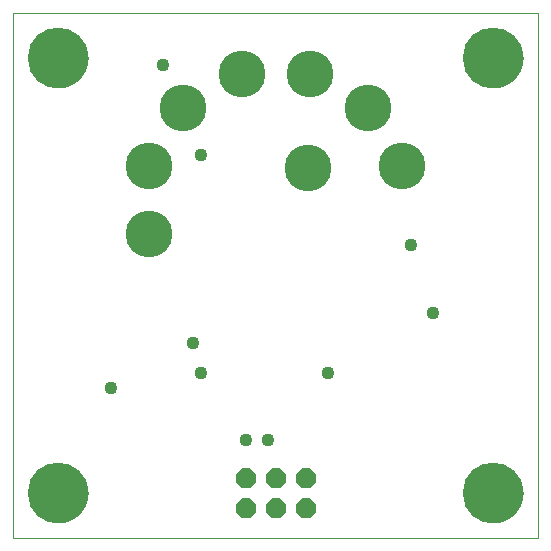
<source format=gbs>
G75*
%MOIN*%
%OFA0B0*%
%FSLAX25Y25*%
%IPPOS*%
%LPD*%
%AMOC8*
5,1,8,0,0,1.08239X$1,22.5*
%
%ADD10C,0.00000*%
%ADD11C,0.20200*%
%ADD12OC8,0.06600*%
%ADD13C,0.15600*%
%ADD14C,0.04362*%
D10*
X0001800Y0023933D02*
X0001800Y0198933D01*
X0176800Y0198933D01*
X0176800Y0023933D01*
X0001800Y0023933D01*
X0007000Y0038933D02*
X0007003Y0039174D01*
X0007012Y0039414D01*
X0007027Y0039654D01*
X0007047Y0039894D01*
X0007074Y0040133D01*
X0007106Y0040371D01*
X0007144Y0040608D01*
X0007188Y0040845D01*
X0007238Y0041080D01*
X0007294Y0041314D01*
X0007355Y0041547D01*
X0007422Y0041778D01*
X0007495Y0042007D01*
X0007573Y0042235D01*
X0007657Y0042460D01*
X0007746Y0042683D01*
X0007841Y0042904D01*
X0007941Y0043123D01*
X0008046Y0043339D01*
X0008157Y0043553D01*
X0008273Y0043763D01*
X0008394Y0043971D01*
X0008520Y0044176D01*
X0008652Y0044378D01*
X0008788Y0044576D01*
X0008929Y0044771D01*
X0009074Y0044962D01*
X0009224Y0045150D01*
X0009379Y0045334D01*
X0009539Y0045514D01*
X0009702Y0045690D01*
X0009870Y0045863D01*
X0010043Y0046031D01*
X0010219Y0046194D01*
X0010399Y0046354D01*
X0010583Y0046509D01*
X0010771Y0046659D01*
X0010962Y0046804D01*
X0011157Y0046945D01*
X0011355Y0047081D01*
X0011557Y0047213D01*
X0011762Y0047339D01*
X0011970Y0047460D01*
X0012180Y0047576D01*
X0012394Y0047687D01*
X0012610Y0047792D01*
X0012829Y0047892D01*
X0013050Y0047987D01*
X0013273Y0048076D01*
X0013498Y0048160D01*
X0013726Y0048238D01*
X0013955Y0048311D01*
X0014186Y0048378D01*
X0014419Y0048439D01*
X0014653Y0048495D01*
X0014888Y0048545D01*
X0015125Y0048589D01*
X0015362Y0048627D01*
X0015600Y0048659D01*
X0015839Y0048686D01*
X0016079Y0048706D01*
X0016319Y0048721D01*
X0016559Y0048730D01*
X0016800Y0048733D01*
X0017041Y0048730D01*
X0017281Y0048721D01*
X0017521Y0048706D01*
X0017761Y0048686D01*
X0018000Y0048659D01*
X0018238Y0048627D01*
X0018475Y0048589D01*
X0018712Y0048545D01*
X0018947Y0048495D01*
X0019181Y0048439D01*
X0019414Y0048378D01*
X0019645Y0048311D01*
X0019874Y0048238D01*
X0020102Y0048160D01*
X0020327Y0048076D01*
X0020550Y0047987D01*
X0020771Y0047892D01*
X0020990Y0047792D01*
X0021206Y0047687D01*
X0021420Y0047576D01*
X0021630Y0047460D01*
X0021838Y0047339D01*
X0022043Y0047213D01*
X0022245Y0047081D01*
X0022443Y0046945D01*
X0022638Y0046804D01*
X0022829Y0046659D01*
X0023017Y0046509D01*
X0023201Y0046354D01*
X0023381Y0046194D01*
X0023557Y0046031D01*
X0023730Y0045863D01*
X0023898Y0045690D01*
X0024061Y0045514D01*
X0024221Y0045334D01*
X0024376Y0045150D01*
X0024526Y0044962D01*
X0024671Y0044771D01*
X0024812Y0044576D01*
X0024948Y0044378D01*
X0025080Y0044176D01*
X0025206Y0043971D01*
X0025327Y0043763D01*
X0025443Y0043553D01*
X0025554Y0043339D01*
X0025659Y0043123D01*
X0025759Y0042904D01*
X0025854Y0042683D01*
X0025943Y0042460D01*
X0026027Y0042235D01*
X0026105Y0042007D01*
X0026178Y0041778D01*
X0026245Y0041547D01*
X0026306Y0041314D01*
X0026362Y0041080D01*
X0026412Y0040845D01*
X0026456Y0040608D01*
X0026494Y0040371D01*
X0026526Y0040133D01*
X0026553Y0039894D01*
X0026573Y0039654D01*
X0026588Y0039414D01*
X0026597Y0039174D01*
X0026600Y0038933D01*
X0026597Y0038692D01*
X0026588Y0038452D01*
X0026573Y0038212D01*
X0026553Y0037972D01*
X0026526Y0037733D01*
X0026494Y0037495D01*
X0026456Y0037258D01*
X0026412Y0037021D01*
X0026362Y0036786D01*
X0026306Y0036552D01*
X0026245Y0036319D01*
X0026178Y0036088D01*
X0026105Y0035859D01*
X0026027Y0035631D01*
X0025943Y0035406D01*
X0025854Y0035183D01*
X0025759Y0034962D01*
X0025659Y0034743D01*
X0025554Y0034527D01*
X0025443Y0034313D01*
X0025327Y0034103D01*
X0025206Y0033895D01*
X0025080Y0033690D01*
X0024948Y0033488D01*
X0024812Y0033290D01*
X0024671Y0033095D01*
X0024526Y0032904D01*
X0024376Y0032716D01*
X0024221Y0032532D01*
X0024061Y0032352D01*
X0023898Y0032176D01*
X0023730Y0032003D01*
X0023557Y0031835D01*
X0023381Y0031672D01*
X0023201Y0031512D01*
X0023017Y0031357D01*
X0022829Y0031207D01*
X0022638Y0031062D01*
X0022443Y0030921D01*
X0022245Y0030785D01*
X0022043Y0030653D01*
X0021838Y0030527D01*
X0021630Y0030406D01*
X0021420Y0030290D01*
X0021206Y0030179D01*
X0020990Y0030074D01*
X0020771Y0029974D01*
X0020550Y0029879D01*
X0020327Y0029790D01*
X0020102Y0029706D01*
X0019874Y0029628D01*
X0019645Y0029555D01*
X0019414Y0029488D01*
X0019181Y0029427D01*
X0018947Y0029371D01*
X0018712Y0029321D01*
X0018475Y0029277D01*
X0018238Y0029239D01*
X0018000Y0029207D01*
X0017761Y0029180D01*
X0017521Y0029160D01*
X0017281Y0029145D01*
X0017041Y0029136D01*
X0016800Y0029133D01*
X0016559Y0029136D01*
X0016319Y0029145D01*
X0016079Y0029160D01*
X0015839Y0029180D01*
X0015600Y0029207D01*
X0015362Y0029239D01*
X0015125Y0029277D01*
X0014888Y0029321D01*
X0014653Y0029371D01*
X0014419Y0029427D01*
X0014186Y0029488D01*
X0013955Y0029555D01*
X0013726Y0029628D01*
X0013498Y0029706D01*
X0013273Y0029790D01*
X0013050Y0029879D01*
X0012829Y0029974D01*
X0012610Y0030074D01*
X0012394Y0030179D01*
X0012180Y0030290D01*
X0011970Y0030406D01*
X0011762Y0030527D01*
X0011557Y0030653D01*
X0011355Y0030785D01*
X0011157Y0030921D01*
X0010962Y0031062D01*
X0010771Y0031207D01*
X0010583Y0031357D01*
X0010399Y0031512D01*
X0010219Y0031672D01*
X0010043Y0031835D01*
X0009870Y0032003D01*
X0009702Y0032176D01*
X0009539Y0032352D01*
X0009379Y0032532D01*
X0009224Y0032716D01*
X0009074Y0032904D01*
X0008929Y0033095D01*
X0008788Y0033290D01*
X0008652Y0033488D01*
X0008520Y0033690D01*
X0008394Y0033895D01*
X0008273Y0034103D01*
X0008157Y0034313D01*
X0008046Y0034527D01*
X0007941Y0034743D01*
X0007841Y0034962D01*
X0007746Y0035183D01*
X0007657Y0035406D01*
X0007573Y0035631D01*
X0007495Y0035859D01*
X0007422Y0036088D01*
X0007355Y0036319D01*
X0007294Y0036552D01*
X0007238Y0036786D01*
X0007188Y0037021D01*
X0007144Y0037258D01*
X0007106Y0037495D01*
X0007074Y0037733D01*
X0007047Y0037972D01*
X0007027Y0038212D01*
X0007012Y0038452D01*
X0007003Y0038692D01*
X0007000Y0038933D01*
X0007000Y0183933D02*
X0007003Y0184174D01*
X0007012Y0184414D01*
X0007027Y0184654D01*
X0007047Y0184894D01*
X0007074Y0185133D01*
X0007106Y0185371D01*
X0007144Y0185608D01*
X0007188Y0185845D01*
X0007238Y0186080D01*
X0007294Y0186314D01*
X0007355Y0186547D01*
X0007422Y0186778D01*
X0007495Y0187007D01*
X0007573Y0187235D01*
X0007657Y0187460D01*
X0007746Y0187683D01*
X0007841Y0187904D01*
X0007941Y0188123D01*
X0008046Y0188339D01*
X0008157Y0188553D01*
X0008273Y0188763D01*
X0008394Y0188971D01*
X0008520Y0189176D01*
X0008652Y0189378D01*
X0008788Y0189576D01*
X0008929Y0189771D01*
X0009074Y0189962D01*
X0009224Y0190150D01*
X0009379Y0190334D01*
X0009539Y0190514D01*
X0009702Y0190690D01*
X0009870Y0190863D01*
X0010043Y0191031D01*
X0010219Y0191194D01*
X0010399Y0191354D01*
X0010583Y0191509D01*
X0010771Y0191659D01*
X0010962Y0191804D01*
X0011157Y0191945D01*
X0011355Y0192081D01*
X0011557Y0192213D01*
X0011762Y0192339D01*
X0011970Y0192460D01*
X0012180Y0192576D01*
X0012394Y0192687D01*
X0012610Y0192792D01*
X0012829Y0192892D01*
X0013050Y0192987D01*
X0013273Y0193076D01*
X0013498Y0193160D01*
X0013726Y0193238D01*
X0013955Y0193311D01*
X0014186Y0193378D01*
X0014419Y0193439D01*
X0014653Y0193495D01*
X0014888Y0193545D01*
X0015125Y0193589D01*
X0015362Y0193627D01*
X0015600Y0193659D01*
X0015839Y0193686D01*
X0016079Y0193706D01*
X0016319Y0193721D01*
X0016559Y0193730D01*
X0016800Y0193733D01*
X0017041Y0193730D01*
X0017281Y0193721D01*
X0017521Y0193706D01*
X0017761Y0193686D01*
X0018000Y0193659D01*
X0018238Y0193627D01*
X0018475Y0193589D01*
X0018712Y0193545D01*
X0018947Y0193495D01*
X0019181Y0193439D01*
X0019414Y0193378D01*
X0019645Y0193311D01*
X0019874Y0193238D01*
X0020102Y0193160D01*
X0020327Y0193076D01*
X0020550Y0192987D01*
X0020771Y0192892D01*
X0020990Y0192792D01*
X0021206Y0192687D01*
X0021420Y0192576D01*
X0021630Y0192460D01*
X0021838Y0192339D01*
X0022043Y0192213D01*
X0022245Y0192081D01*
X0022443Y0191945D01*
X0022638Y0191804D01*
X0022829Y0191659D01*
X0023017Y0191509D01*
X0023201Y0191354D01*
X0023381Y0191194D01*
X0023557Y0191031D01*
X0023730Y0190863D01*
X0023898Y0190690D01*
X0024061Y0190514D01*
X0024221Y0190334D01*
X0024376Y0190150D01*
X0024526Y0189962D01*
X0024671Y0189771D01*
X0024812Y0189576D01*
X0024948Y0189378D01*
X0025080Y0189176D01*
X0025206Y0188971D01*
X0025327Y0188763D01*
X0025443Y0188553D01*
X0025554Y0188339D01*
X0025659Y0188123D01*
X0025759Y0187904D01*
X0025854Y0187683D01*
X0025943Y0187460D01*
X0026027Y0187235D01*
X0026105Y0187007D01*
X0026178Y0186778D01*
X0026245Y0186547D01*
X0026306Y0186314D01*
X0026362Y0186080D01*
X0026412Y0185845D01*
X0026456Y0185608D01*
X0026494Y0185371D01*
X0026526Y0185133D01*
X0026553Y0184894D01*
X0026573Y0184654D01*
X0026588Y0184414D01*
X0026597Y0184174D01*
X0026600Y0183933D01*
X0026597Y0183692D01*
X0026588Y0183452D01*
X0026573Y0183212D01*
X0026553Y0182972D01*
X0026526Y0182733D01*
X0026494Y0182495D01*
X0026456Y0182258D01*
X0026412Y0182021D01*
X0026362Y0181786D01*
X0026306Y0181552D01*
X0026245Y0181319D01*
X0026178Y0181088D01*
X0026105Y0180859D01*
X0026027Y0180631D01*
X0025943Y0180406D01*
X0025854Y0180183D01*
X0025759Y0179962D01*
X0025659Y0179743D01*
X0025554Y0179527D01*
X0025443Y0179313D01*
X0025327Y0179103D01*
X0025206Y0178895D01*
X0025080Y0178690D01*
X0024948Y0178488D01*
X0024812Y0178290D01*
X0024671Y0178095D01*
X0024526Y0177904D01*
X0024376Y0177716D01*
X0024221Y0177532D01*
X0024061Y0177352D01*
X0023898Y0177176D01*
X0023730Y0177003D01*
X0023557Y0176835D01*
X0023381Y0176672D01*
X0023201Y0176512D01*
X0023017Y0176357D01*
X0022829Y0176207D01*
X0022638Y0176062D01*
X0022443Y0175921D01*
X0022245Y0175785D01*
X0022043Y0175653D01*
X0021838Y0175527D01*
X0021630Y0175406D01*
X0021420Y0175290D01*
X0021206Y0175179D01*
X0020990Y0175074D01*
X0020771Y0174974D01*
X0020550Y0174879D01*
X0020327Y0174790D01*
X0020102Y0174706D01*
X0019874Y0174628D01*
X0019645Y0174555D01*
X0019414Y0174488D01*
X0019181Y0174427D01*
X0018947Y0174371D01*
X0018712Y0174321D01*
X0018475Y0174277D01*
X0018238Y0174239D01*
X0018000Y0174207D01*
X0017761Y0174180D01*
X0017521Y0174160D01*
X0017281Y0174145D01*
X0017041Y0174136D01*
X0016800Y0174133D01*
X0016559Y0174136D01*
X0016319Y0174145D01*
X0016079Y0174160D01*
X0015839Y0174180D01*
X0015600Y0174207D01*
X0015362Y0174239D01*
X0015125Y0174277D01*
X0014888Y0174321D01*
X0014653Y0174371D01*
X0014419Y0174427D01*
X0014186Y0174488D01*
X0013955Y0174555D01*
X0013726Y0174628D01*
X0013498Y0174706D01*
X0013273Y0174790D01*
X0013050Y0174879D01*
X0012829Y0174974D01*
X0012610Y0175074D01*
X0012394Y0175179D01*
X0012180Y0175290D01*
X0011970Y0175406D01*
X0011762Y0175527D01*
X0011557Y0175653D01*
X0011355Y0175785D01*
X0011157Y0175921D01*
X0010962Y0176062D01*
X0010771Y0176207D01*
X0010583Y0176357D01*
X0010399Y0176512D01*
X0010219Y0176672D01*
X0010043Y0176835D01*
X0009870Y0177003D01*
X0009702Y0177176D01*
X0009539Y0177352D01*
X0009379Y0177532D01*
X0009224Y0177716D01*
X0009074Y0177904D01*
X0008929Y0178095D01*
X0008788Y0178290D01*
X0008652Y0178488D01*
X0008520Y0178690D01*
X0008394Y0178895D01*
X0008273Y0179103D01*
X0008157Y0179313D01*
X0008046Y0179527D01*
X0007941Y0179743D01*
X0007841Y0179962D01*
X0007746Y0180183D01*
X0007657Y0180406D01*
X0007573Y0180631D01*
X0007495Y0180859D01*
X0007422Y0181088D01*
X0007355Y0181319D01*
X0007294Y0181552D01*
X0007238Y0181786D01*
X0007188Y0182021D01*
X0007144Y0182258D01*
X0007106Y0182495D01*
X0007074Y0182733D01*
X0007047Y0182972D01*
X0007027Y0183212D01*
X0007012Y0183452D01*
X0007003Y0183692D01*
X0007000Y0183933D01*
X0152000Y0183933D02*
X0152003Y0184174D01*
X0152012Y0184414D01*
X0152027Y0184654D01*
X0152047Y0184894D01*
X0152074Y0185133D01*
X0152106Y0185371D01*
X0152144Y0185608D01*
X0152188Y0185845D01*
X0152238Y0186080D01*
X0152294Y0186314D01*
X0152355Y0186547D01*
X0152422Y0186778D01*
X0152495Y0187007D01*
X0152573Y0187235D01*
X0152657Y0187460D01*
X0152746Y0187683D01*
X0152841Y0187904D01*
X0152941Y0188123D01*
X0153046Y0188339D01*
X0153157Y0188553D01*
X0153273Y0188763D01*
X0153394Y0188971D01*
X0153520Y0189176D01*
X0153652Y0189378D01*
X0153788Y0189576D01*
X0153929Y0189771D01*
X0154074Y0189962D01*
X0154224Y0190150D01*
X0154379Y0190334D01*
X0154539Y0190514D01*
X0154702Y0190690D01*
X0154870Y0190863D01*
X0155043Y0191031D01*
X0155219Y0191194D01*
X0155399Y0191354D01*
X0155583Y0191509D01*
X0155771Y0191659D01*
X0155962Y0191804D01*
X0156157Y0191945D01*
X0156355Y0192081D01*
X0156557Y0192213D01*
X0156762Y0192339D01*
X0156970Y0192460D01*
X0157180Y0192576D01*
X0157394Y0192687D01*
X0157610Y0192792D01*
X0157829Y0192892D01*
X0158050Y0192987D01*
X0158273Y0193076D01*
X0158498Y0193160D01*
X0158726Y0193238D01*
X0158955Y0193311D01*
X0159186Y0193378D01*
X0159419Y0193439D01*
X0159653Y0193495D01*
X0159888Y0193545D01*
X0160125Y0193589D01*
X0160362Y0193627D01*
X0160600Y0193659D01*
X0160839Y0193686D01*
X0161079Y0193706D01*
X0161319Y0193721D01*
X0161559Y0193730D01*
X0161800Y0193733D01*
X0162041Y0193730D01*
X0162281Y0193721D01*
X0162521Y0193706D01*
X0162761Y0193686D01*
X0163000Y0193659D01*
X0163238Y0193627D01*
X0163475Y0193589D01*
X0163712Y0193545D01*
X0163947Y0193495D01*
X0164181Y0193439D01*
X0164414Y0193378D01*
X0164645Y0193311D01*
X0164874Y0193238D01*
X0165102Y0193160D01*
X0165327Y0193076D01*
X0165550Y0192987D01*
X0165771Y0192892D01*
X0165990Y0192792D01*
X0166206Y0192687D01*
X0166420Y0192576D01*
X0166630Y0192460D01*
X0166838Y0192339D01*
X0167043Y0192213D01*
X0167245Y0192081D01*
X0167443Y0191945D01*
X0167638Y0191804D01*
X0167829Y0191659D01*
X0168017Y0191509D01*
X0168201Y0191354D01*
X0168381Y0191194D01*
X0168557Y0191031D01*
X0168730Y0190863D01*
X0168898Y0190690D01*
X0169061Y0190514D01*
X0169221Y0190334D01*
X0169376Y0190150D01*
X0169526Y0189962D01*
X0169671Y0189771D01*
X0169812Y0189576D01*
X0169948Y0189378D01*
X0170080Y0189176D01*
X0170206Y0188971D01*
X0170327Y0188763D01*
X0170443Y0188553D01*
X0170554Y0188339D01*
X0170659Y0188123D01*
X0170759Y0187904D01*
X0170854Y0187683D01*
X0170943Y0187460D01*
X0171027Y0187235D01*
X0171105Y0187007D01*
X0171178Y0186778D01*
X0171245Y0186547D01*
X0171306Y0186314D01*
X0171362Y0186080D01*
X0171412Y0185845D01*
X0171456Y0185608D01*
X0171494Y0185371D01*
X0171526Y0185133D01*
X0171553Y0184894D01*
X0171573Y0184654D01*
X0171588Y0184414D01*
X0171597Y0184174D01*
X0171600Y0183933D01*
X0171597Y0183692D01*
X0171588Y0183452D01*
X0171573Y0183212D01*
X0171553Y0182972D01*
X0171526Y0182733D01*
X0171494Y0182495D01*
X0171456Y0182258D01*
X0171412Y0182021D01*
X0171362Y0181786D01*
X0171306Y0181552D01*
X0171245Y0181319D01*
X0171178Y0181088D01*
X0171105Y0180859D01*
X0171027Y0180631D01*
X0170943Y0180406D01*
X0170854Y0180183D01*
X0170759Y0179962D01*
X0170659Y0179743D01*
X0170554Y0179527D01*
X0170443Y0179313D01*
X0170327Y0179103D01*
X0170206Y0178895D01*
X0170080Y0178690D01*
X0169948Y0178488D01*
X0169812Y0178290D01*
X0169671Y0178095D01*
X0169526Y0177904D01*
X0169376Y0177716D01*
X0169221Y0177532D01*
X0169061Y0177352D01*
X0168898Y0177176D01*
X0168730Y0177003D01*
X0168557Y0176835D01*
X0168381Y0176672D01*
X0168201Y0176512D01*
X0168017Y0176357D01*
X0167829Y0176207D01*
X0167638Y0176062D01*
X0167443Y0175921D01*
X0167245Y0175785D01*
X0167043Y0175653D01*
X0166838Y0175527D01*
X0166630Y0175406D01*
X0166420Y0175290D01*
X0166206Y0175179D01*
X0165990Y0175074D01*
X0165771Y0174974D01*
X0165550Y0174879D01*
X0165327Y0174790D01*
X0165102Y0174706D01*
X0164874Y0174628D01*
X0164645Y0174555D01*
X0164414Y0174488D01*
X0164181Y0174427D01*
X0163947Y0174371D01*
X0163712Y0174321D01*
X0163475Y0174277D01*
X0163238Y0174239D01*
X0163000Y0174207D01*
X0162761Y0174180D01*
X0162521Y0174160D01*
X0162281Y0174145D01*
X0162041Y0174136D01*
X0161800Y0174133D01*
X0161559Y0174136D01*
X0161319Y0174145D01*
X0161079Y0174160D01*
X0160839Y0174180D01*
X0160600Y0174207D01*
X0160362Y0174239D01*
X0160125Y0174277D01*
X0159888Y0174321D01*
X0159653Y0174371D01*
X0159419Y0174427D01*
X0159186Y0174488D01*
X0158955Y0174555D01*
X0158726Y0174628D01*
X0158498Y0174706D01*
X0158273Y0174790D01*
X0158050Y0174879D01*
X0157829Y0174974D01*
X0157610Y0175074D01*
X0157394Y0175179D01*
X0157180Y0175290D01*
X0156970Y0175406D01*
X0156762Y0175527D01*
X0156557Y0175653D01*
X0156355Y0175785D01*
X0156157Y0175921D01*
X0155962Y0176062D01*
X0155771Y0176207D01*
X0155583Y0176357D01*
X0155399Y0176512D01*
X0155219Y0176672D01*
X0155043Y0176835D01*
X0154870Y0177003D01*
X0154702Y0177176D01*
X0154539Y0177352D01*
X0154379Y0177532D01*
X0154224Y0177716D01*
X0154074Y0177904D01*
X0153929Y0178095D01*
X0153788Y0178290D01*
X0153652Y0178488D01*
X0153520Y0178690D01*
X0153394Y0178895D01*
X0153273Y0179103D01*
X0153157Y0179313D01*
X0153046Y0179527D01*
X0152941Y0179743D01*
X0152841Y0179962D01*
X0152746Y0180183D01*
X0152657Y0180406D01*
X0152573Y0180631D01*
X0152495Y0180859D01*
X0152422Y0181088D01*
X0152355Y0181319D01*
X0152294Y0181552D01*
X0152238Y0181786D01*
X0152188Y0182021D01*
X0152144Y0182258D01*
X0152106Y0182495D01*
X0152074Y0182733D01*
X0152047Y0182972D01*
X0152027Y0183212D01*
X0152012Y0183452D01*
X0152003Y0183692D01*
X0152000Y0183933D01*
X0152000Y0038933D02*
X0152003Y0039174D01*
X0152012Y0039414D01*
X0152027Y0039654D01*
X0152047Y0039894D01*
X0152074Y0040133D01*
X0152106Y0040371D01*
X0152144Y0040608D01*
X0152188Y0040845D01*
X0152238Y0041080D01*
X0152294Y0041314D01*
X0152355Y0041547D01*
X0152422Y0041778D01*
X0152495Y0042007D01*
X0152573Y0042235D01*
X0152657Y0042460D01*
X0152746Y0042683D01*
X0152841Y0042904D01*
X0152941Y0043123D01*
X0153046Y0043339D01*
X0153157Y0043553D01*
X0153273Y0043763D01*
X0153394Y0043971D01*
X0153520Y0044176D01*
X0153652Y0044378D01*
X0153788Y0044576D01*
X0153929Y0044771D01*
X0154074Y0044962D01*
X0154224Y0045150D01*
X0154379Y0045334D01*
X0154539Y0045514D01*
X0154702Y0045690D01*
X0154870Y0045863D01*
X0155043Y0046031D01*
X0155219Y0046194D01*
X0155399Y0046354D01*
X0155583Y0046509D01*
X0155771Y0046659D01*
X0155962Y0046804D01*
X0156157Y0046945D01*
X0156355Y0047081D01*
X0156557Y0047213D01*
X0156762Y0047339D01*
X0156970Y0047460D01*
X0157180Y0047576D01*
X0157394Y0047687D01*
X0157610Y0047792D01*
X0157829Y0047892D01*
X0158050Y0047987D01*
X0158273Y0048076D01*
X0158498Y0048160D01*
X0158726Y0048238D01*
X0158955Y0048311D01*
X0159186Y0048378D01*
X0159419Y0048439D01*
X0159653Y0048495D01*
X0159888Y0048545D01*
X0160125Y0048589D01*
X0160362Y0048627D01*
X0160600Y0048659D01*
X0160839Y0048686D01*
X0161079Y0048706D01*
X0161319Y0048721D01*
X0161559Y0048730D01*
X0161800Y0048733D01*
X0162041Y0048730D01*
X0162281Y0048721D01*
X0162521Y0048706D01*
X0162761Y0048686D01*
X0163000Y0048659D01*
X0163238Y0048627D01*
X0163475Y0048589D01*
X0163712Y0048545D01*
X0163947Y0048495D01*
X0164181Y0048439D01*
X0164414Y0048378D01*
X0164645Y0048311D01*
X0164874Y0048238D01*
X0165102Y0048160D01*
X0165327Y0048076D01*
X0165550Y0047987D01*
X0165771Y0047892D01*
X0165990Y0047792D01*
X0166206Y0047687D01*
X0166420Y0047576D01*
X0166630Y0047460D01*
X0166838Y0047339D01*
X0167043Y0047213D01*
X0167245Y0047081D01*
X0167443Y0046945D01*
X0167638Y0046804D01*
X0167829Y0046659D01*
X0168017Y0046509D01*
X0168201Y0046354D01*
X0168381Y0046194D01*
X0168557Y0046031D01*
X0168730Y0045863D01*
X0168898Y0045690D01*
X0169061Y0045514D01*
X0169221Y0045334D01*
X0169376Y0045150D01*
X0169526Y0044962D01*
X0169671Y0044771D01*
X0169812Y0044576D01*
X0169948Y0044378D01*
X0170080Y0044176D01*
X0170206Y0043971D01*
X0170327Y0043763D01*
X0170443Y0043553D01*
X0170554Y0043339D01*
X0170659Y0043123D01*
X0170759Y0042904D01*
X0170854Y0042683D01*
X0170943Y0042460D01*
X0171027Y0042235D01*
X0171105Y0042007D01*
X0171178Y0041778D01*
X0171245Y0041547D01*
X0171306Y0041314D01*
X0171362Y0041080D01*
X0171412Y0040845D01*
X0171456Y0040608D01*
X0171494Y0040371D01*
X0171526Y0040133D01*
X0171553Y0039894D01*
X0171573Y0039654D01*
X0171588Y0039414D01*
X0171597Y0039174D01*
X0171600Y0038933D01*
X0171597Y0038692D01*
X0171588Y0038452D01*
X0171573Y0038212D01*
X0171553Y0037972D01*
X0171526Y0037733D01*
X0171494Y0037495D01*
X0171456Y0037258D01*
X0171412Y0037021D01*
X0171362Y0036786D01*
X0171306Y0036552D01*
X0171245Y0036319D01*
X0171178Y0036088D01*
X0171105Y0035859D01*
X0171027Y0035631D01*
X0170943Y0035406D01*
X0170854Y0035183D01*
X0170759Y0034962D01*
X0170659Y0034743D01*
X0170554Y0034527D01*
X0170443Y0034313D01*
X0170327Y0034103D01*
X0170206Y0033895D01*
X0170080Y0033690D01*
X0169948Y0033488D01*
X0169812Y0033290D01*
X0169671Y0033095D01*
X0169526Y0032904D01*
X0169376Y0032716D01*
X0169221Y0032532D01*
X0169061Y0032352D01*
X0168898Y0032176D01*
X0168730Y0032003D01*
X0168557Y0031835D01*
X0168381Y0031672D01*
X0168201Y0031512D01*
X0168017Y0031357D01*
X0167829Y0031207D01*
X0167638Y0031062D01*
X0167443Y0030921D01*
X0167245Y0030785D01*
X0167043Y0030653D01*
X0166838Y0030527D01*
X0166630Y0030406D01*
X0166420Y0030290D01*
X0166206Y0030179D01*
X0165990Y0030074D01*
X0165771Y0029974D01*
X0165550Y0029879D01*
X0165327Y0029790D01*
X0165102Y0029706D01*
X0164874Y0029628D01*
X0164645Y0029555D01*
X0164414Y0029488D01*
X0164181Y0029427D01*
X0163947Y0029371D01*
X0163712Y0029321D01*
X0163475Y0029277D01*
X0163238Y0029239D01*
X0163000Y0029207D01*
X0162761Y0029180D01*
X0162521Y0029160D01*
X0162281Y0029145D01*
X0162041Y0029136D01*
X0161800Y0029133D01*
X0161559Y0029136D01*
X0161319Y0029145D01*
X0161079Y0029160D01*
X0160839Y0029180D01*
X0160600Y0029207D01*
X0160362Y0029239D01*
X0160125Y0029277D01*
X0159888Y0029321D01*
X0159653Y0029371D01*
X0159419Y0029427D01*
X0159186Y0029488D01*
X0158955Y0029555D01*
X0158726Y0029628D01*
X0158498Y0029706D01*
X0158273Y0029790D01*
X0158050Y0029879D01*
X0157829Y0029974D01*
X0157610Y0030074D01*
X0157394Y0030179D01*
X0157180Y0030290D01*
X0156970Y0030406D01*
X0156762Y0030527D01*
X0156557Y0030653D01*
X0156355Y0030785D01*
X0156157Y0030921D01*
X0155962Y0031062D01*
X0155771Y0031207D01*
X0155583Y0031357D01*
X0155399Y0031512D01*
X0155219Y0031672D01*
X0155043Y0031835D01*
X0154870Y0032003D01*
X0154702Y0032176D01*
X0154539Y0032352D01*
X0154379Y0032532D01*
X0154224Y0032716D01*
X0154074Y0032904D01*
X0153929Y0033095D01*
X0153788Y0033290D01*
X0153652Y0033488D01*
X0153520Y0033690D01*
X0153394Y0033895D01*
X0153273Y0034103D01*
X0153157Y0034313D01*
X0153046Y0034527D01*
X0152941Y0034743D01*
X0152841Y0034962D01*
X0152746Y0035183D01*
X0152657Y0035406D01*
X0152573Y0035631D01*
X0152495Y0035859D01*
X0152422Y0036088D01*
X0152355Y0036319D01*
X0152294Y0036552D01*
X0152238Y0036786D01*
X0152188Y0037021D01*
X0152144Y0037258D01*
X0152106Y0037495D01*
X0152074Y0037733D01*
X0152047Y0037972D01*
X0152027Y0038212D01*
X0152012Y0038452D01*
X0152003Y0038692D01*
X0152000Y0038933D01*
D11*
X0161800Y0038933D03*
X0016800Y0038933D03*
X0016800Y0183933D03*
X0161800Y0183933D03*
D12*
X0099300Y0043933D03*
X0099300Y0033933D03*
X0089300Y0033933D03*
X0079300Y0033933D03*
X0079300Y0043933D03*
X0089300Y0043933D03*
D13*
X0047090Y0125123D03*
X0047090Y0147743D03*
X0058400Y0167333D03*
X0077990Y0178643D03*
X0100610Y0178643D03*
X0120200Y0167333D03*
X0131510Y0147743D03*
X0100010Y0147143D03*
D14*
X0134300Y0121433D03*
X0141800Y0098933D03*
X0106800Y0078933D03*
X0086800Y0056433D03*
X0079300Y0056433D03*
X0064300Y0078933D03*
X0061800Y0088933D03*
X0034300Y0073933D03*
X0064300Y0151433D03*
X0051800Y0181433D03*
M02*

</source>
